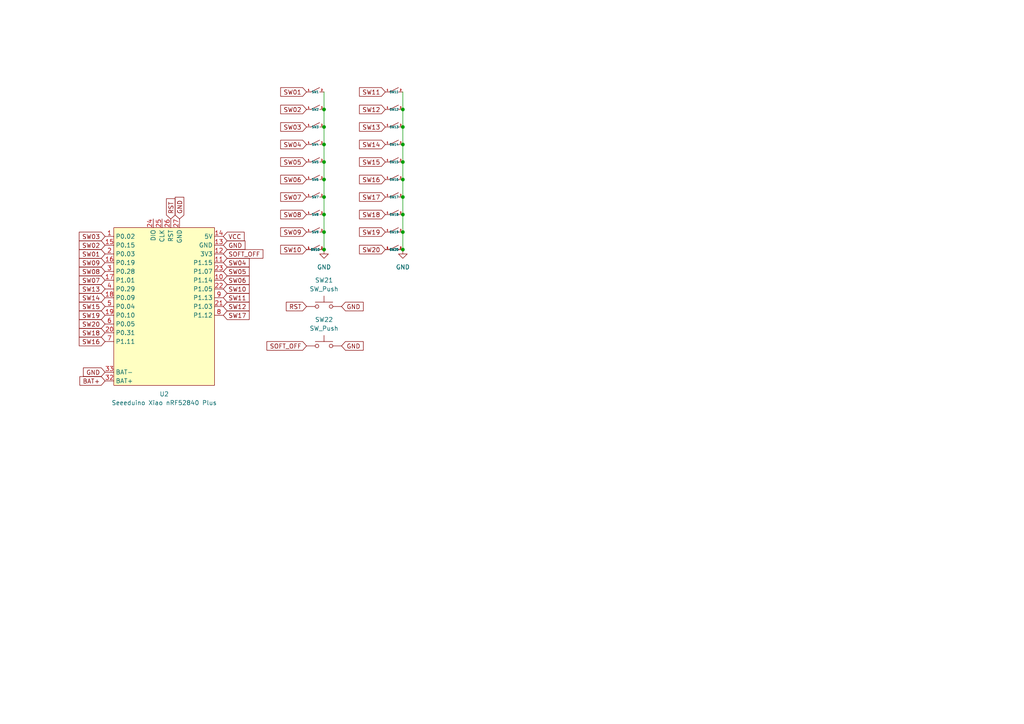
<source format=kicad_sch>
(kicad_sch (version 20250114) (generator "eeschema") (generator_version "9.0")
  (paper "A4")
  (lib_symbols
    (symbol "Switch:SW_Push" (pin_numbers (hide yes)) (pin_names (offset 1.016) (hide yes))
      (property "Reference" "SW" (at 1.27 2.54 0))
      (property "Value" "SW_Push" (at 0 -1.524 0))
      (symbol "SW_Push_0_1"
        (circle (center -2.032 0) (radius 0.508))
        (polyline (pts (xy 0 1.27) (xy 0 3.048)))
        (circle (center 2.032 0) (radius 0.508))
        (polyline (pts (xy 2.54 1.27) (xy -2.54 1.27)))
        (pin passive line (at -5.08 0 0) (length 2.54) (name "1") (number "1"))
        (pin passive line (at 5.08 0 180) (length 2.54) (name "2") (number "2"))
      )
    )
    (symbol "hazel:SW"
      (property "Reference" "SW" (at 0 -1.27 0))
      (property "Value" "SW" (at 0 2.54 0))
      (symbol "SW_0_1"
        (polyline (pts (xy -1.27 0) (xy 1.27 1.27)))
      )
      (symbol "SW_1_1"
        (pin bidirectional line (at -2.54 0 0) (length 1.27) (name "") (number "1"))
        (pin bidirectional line (at 2.54 0 180) (length 1.27) (name "") (number "2"))
      )
    )
    (symbol "power:GND" (power) (pin_names (offset 0))
      (property "Value" "GND" (at 0 -3.81 0))
      (symbol "GND_0_1"
        (polyline (pts (xy 0 0) (xy 0 -1.27) (xy 1.27 -1.27) (xy 0 -2.54) (xy -1.27 -1.27) (xy 0 -1.27)))
      )
      (symbol "GND_1_1"
        (pin power_in line (at 0 0 270) (length 0) (hide yes) (name "GND") (number "1"))
      )
    )
    (symbol "xiao nrf plus:Seeeduino_Xiao_nRF52840_Plus" (in_bom no)
      (property "Reference" "U" (at -10.16 -12.7 0))
      (property "Value" "Seeeduino Xiao nRF52840 Plus" (at 4.064 -30.48 0))
      (symbol "Seeeduino_Xiao_nRF52840_Plus_1_0"
        (pin bidirectional line (at -12.7 13.97 0) (length 2.54) (name "P0.02") (number "1"))
        (pin bidirectional line (at -12.7 8.89 0) (length 2.54) (name "P0.03") (number "2"))
        (pin bidirectional line (at -12.7 3.81 0) (length 2.54) (name "P0.28") (number "3"))
        (pin bidirectional line (at -12.7 -1.27 0) (length 2.54) (name "P0.29") (number "4"))
        (pin bidirectional line (at -12.7 -3.81 0) (length 2.54) (name "P0.09") (number "18"))
        (pin bidirectional line (at -12.7 -6.35 0) (length 2.54) (name "P0.04") (number "5"))
        (pin bidirectional line (at -12.7 -8.89 0) (length 2.54) (name "P0.10") (number "19"))
        (pin bidirectional line (at -12.7 -11.43 0) (length 2.54) (name "P0.05") (number "6"))
        (pin bidirectional line (at -12.7 -13.97 0) (length 2.54) (name "P0.31") (number "20"))
        (pin bidirectional line (at -12.7 -16.51 0) (length 2.54) (name "P1.11") (number "7"))
        (pin power_in line (at -12.7 -25.4 0) (length 2.54) (name "BAT-") (number "33"))
        (pin power_in line (at -12.7 -27.94 0) (length 2.54) (name "BAT+") (number "32"))
        (pin bidirectional line (at 1.27 19.05 270) (length 2.54) (name "DIO") (number "24"))
        (pin bidirectional line (at 3.81 19.05 270) (length 2.54) (name "CLK") (number "25"))
        (pin bidirectional line (at 6.35 19.05 270) (length 2.54) (name "RST") (number "26"))
        (pin power_out line (at 8.89 19.05 270) (length 2.54) (name "GND") (number "27"))
        (pin power_out line (at 21.59 13.97 180) (length 2.54) (name "5V") (number "14"))
        (pin power_out line (at 21.59 11.43 180) (length 2.54) (name "GND") (number "13"))
        (pin power_out line (at 21.59 8.89 180) (length 2.54) (name "3V3") (number "12"))
        (pin bidirectional line (at 21.59 6.35 180) (length 2.54) (name "P1.15") (number "11"))
        (pin bidirectional line (at 21.59 3.81 180) (length 2.54) (name "P1.07") (number "23"))
        (pin bidirectional line (at 21.59 1.27 180) (length 2.54) (name "P1.14") (number "10"))
        (pin bidirectional line (at 21.59 -1.27 180) (length 2.54) (name "P1.05") (number "22"))
        (pin bidirectional line (at 21.59 -3.81 180) (length 2.54) (name "P1.13") (number "9"))
        (pin bidirectional line (at 21.59 -6.35 180) (length 2.54) (name "P1.03") (number "21"))
        (pin bidirectional line (at 21.59 -8.89 180) (length 2.54) (name "P1.12") (number "8"))
      )
      (symbol "Seeeduino_Xiao_nRF52840_Plus_1_1"
        (rectangle (start -10.16 16.51) (end 19.05 -29.21) (fill (type background)))
        (pin bidirectional line (at -12.7 11.43 0) (length 2.54) (name "P0.15") (number "15"))
        (pin bidirectional line (at -12.7 6.35 0) (length 2.54) (name "P0.19") (number "16"))
        (pin bidirectional line (at -12.7 1.27 0) (length 2.54) (name "P1.01") (number "17"))
      )
    )
  )
  (junction (at 116.84 57.15))
  (junction (at 93.98 31.75))
  (junction (at 116.84 46.99))
  (junction (at 116.84 67.31))
  (junction (at 93.98 41.91))
  (junction (at 116.84 72.39))
  (junction (at 116.84 62.23))
  (junction (at 93.98 62.23))
  (junction (at 93.98 67.31))
  (junction (at 93.98 52.07))
  (junction (at 93.98 72.39))
  (junction (at 93.98 46.99))
  (junction (at 116.84 52.07))
  (junction (at 93.98 36.83))
  (junction (at 116.84 41.91))
  (junction (at 116.84 31.75))
  (junction (at 116.84 36.83))
  (junction (at 93.98 57.15))
  (wire (pts (xy 116.84 57.15) (xy 116.84 62.23)))
  (wire (pts (xy 93.98 46.99) (xy 93.98 52.07)))
  (wire (pts (xy 116.84 36.83) (xy 116.84 41.91)))
  (wire (pts (xy 116.84 46.99) (xy 116.84 52.07)))
  (wire (pts (xy 93.98 67.31) (xy 93.98 72.39)))
  (wire (pts (xy 116.84 26.67) (xy 116.84 31.75)))
  (wire (pts (xy 93.98 52.07) (xy 93.98 57.15)))
  (wire (pts (xy 93.98 36.83) (xy 93.98 41.91)))
  (wire (pts (xy 93.98 26.67) (xy 93.98 31.75)))
  (wire (pts (xy 116.84 67.31) (xy 116.84 72.39)))
  (wire (pts (xy 93.98 31.75) (xy 93.98 36.83)))
  (wire (pts (xy 116.84 41.91) (xy 116.84 46.99)))
  (wire (pts (xy 116.84 52.07) (xy 116.84 57.15)))
  (wire (pts (xy 93.98 41.91) (xy 93.98 46.99)))
  (wire (pts (xy 116.84 31.75) (xy 116.84 36.83)))
  (wire (pts (xy 93.98 62.23) (xy 93.98 67.31)))
  (wire (pts (xy 93.98 57.15) (xy 93.98 62.23)))
  (wire (pts (xy 116.84 62.23) (xy 116.84 67.31)))
  (global_label "SW16" (shape input) (at 111.76 52.07 180) (property "Intersheetrefs" "${INTERSHEET_REFS}" (effects (hide yes))))
  (global_label "SW09" (shape input) (at 88.9 67.31 180) (property "Intersheetrefs" "${INTERSHEET_REFS}" (effects (hide yes))))
  (global_label "SW19" (shape input) (at 111.76 67.31 180) (property "Intersheetrefs" "${INTERSHEET_REFS}" (effects (hide yes))))
  (global_label "GND" (shape input) (at 99.06 88.9 0) (property "Intersheetrefs" "${INTERSHEET_REFS}" (effects (hide yes))))
  (global_label "GND" (shape input) (at 64.77 71.12 0) (property "Intersheetrefs" "${INTERSHEET_REFS}" (effects (hide yes))))
  (global_label "RST" (shape input) (at 88.9 88.9 180) (property "Intersheetrefs" "${INTERSHEET_REFS}" (effects (hide yes))))
  (global_label "SW09" (shape input) (at 30.48 76.2 180) (property "Intersheetrefs" "${INTERSHEET_REFS}" (effects (hide yes))))
  (global_label "SW06" (shape input) (at 88.9 52.07 180) (property "Intersheetrefs" "${INTERSHEET_REFS}" (effects (hide yes))))
  (global_label "SW06" (shape input) (at 64.77 81.28 0) (property "Intersheetrefs" "${INTERSHEET_REFS}" (effects (hide yes))))
  (global_label "SW15" (shape input) (at 111.76 46.99 180) (property "Intersheetrefs" "${INTERSHEET_REFS}" (effects (hide yes))))
  (global_label "SW13" (shape input) (at 30.48 83.82 180) (property "Intersheetrefs" "${INTERSHEET_REFS}" (effects (hide yes))))
  (global_label "SOFT_OFF" (shape input) (at 88.9 100.33 180) (property "Intersheetrefs" "${INTERSHEET_REFS}" (effects (hide yes))))
  (global_label "SW17" (shape input) (at 111.76 57.15 180) (property "Intersheetrefs" "${INTERSHEET_REFS}" (effects (hide yes))))
  (global_label "SW13" (shape input) (at 111.76 36.83 180) (property "Intersheetrefs" "${INTERSHEET_REFS}" (effects (hide yes))))
  (global_label "SW20" (shape input) (at 111.76 72.39 180) (property "Intersheetrefs" "${INTERSHEET_REFS}" (effects (hide yes))))
  (global_label "SW07" (shape input) (at 88.9 57.15 180) (property "Intersheetrefs" "${INTERSHEET_REFS}" (effects (hide yes))))
  (global_label "BAT+" (shape input) (at 30.48 110.49 180) (property "Intersheetrefs" "${INTERSHEET_REFS}" (effects (hide yes))))
  (global_label "SW01" (shape input) (at 30.48 73.66 180) (property "Intersheetrefs" "${INTERSHEET_REFS}" (effects (hide yes))))
  (global_label "SW02" (shape input) (at 88.9 31.75 180) (property "Intersheetrefs" "${INTERSHEET_REFS}" (effects (hide yes))))
  (global_label "GND" (shape input) (at 99.06 100.33 0) (property "Intersheetrefs" "${INTERSHEET_REFS}" (effects (hide yes))))
  (global_label "VCC" (shape input) (at 64.77 68.58 0) (property "Intersheetrefs" "${INTERSHEET_REFS}" (effects (hide yes))))
  (global_label "SW19" (shape input) (at 30.48 91.44 180) (property "Intersheetrefs" "${INTERSHEET_REFS}" (effects (hide yes))))
  (global_label "SW11" (shape input) (at 111.76 26.67 180) (property "Intersheetrefs" "${INTERSHEET_REFS}" (effects (hide yes))))
  (global_label "SW03" (shape input) (at 30.48 68.58 180) (property "Intersheetrefs" "${INTERSHEET_REFS}" (effects (hide yes))))
  (global_label "SW14" (shape input) (at 111.76 41.91 180) (property "Intersheetrefs" "${INTERSHEET_REFS}" (effects (hide yes))))
  (global_label "SW12" (shape input) (at 64.77 88.9 0) (property "Intersheetrefs" "${INTERSHEET_REFS}" (effects (hide yes))))
  (global_label "SW12" (shape input) (at 111.76 31.75 180) (property "Intersheetrefs" "${INTERSHEET_REFS}" (effects (hide yes))))
  (global_label "SW18" (shape input) (at 30.48 96.52 180) (property "Intersheetrefs" "${INTERSHEET_REFS}" (effects (hide yes))))
  (global_label "SW02" (shape input) (at 30.48 71.12 180) (property "Intersheetrefs" "${INTERSHEET_REFS}" (effects (hide yes))))
  (global_label "SW15" (shape input) (at 30.48 88.9 180) (property "Intersheetrefs" "${INTERSHEET_REFS}" (effects (hide yes))))
  (global_label "SW04" (shape input) (at 64.77 76.2 0) (property "Intersheetrefs" "${INTERSHEET_REFS}" (effects (hide yes))))
  (global_label "SW20" (shape input) (at 30.48 93.98 180) (property "Intersheetrefs" "${INTERSHEET_REFS}" (effects (hide yes))))
  (global_label "SW10" (shape input) (at 88.9 72.39 180) (property "Intersheetrefs" "${INTERSHEET_REFS}" (effects (hide yes))))
  (global_label "GND" (shape input) (at 52.07 63.5 90) (property "Intersheetrefs" "${INTERSHEET_REFS}" (effects (hide yes))))
  (global_label "SW18" (shape input) (at 111.76 62.23 180) (property "Intersheetrefs" "${INTERSHEET_REFS}" (effects (hide yes))))
  (global_label "SW04" (shape input) (at 88.9 41.91 180) (property "Intersheetrefs" "${INTERSHEET_REFS}" (effects (hide yes))))
  (global_label "SW05" (shape input) (at 88.9 46.99 180) (property "Intersheetrefs" "${INTERSHEET_REFS}" (effects (hide yes))))
  (global_label "SW10" (shape input) (at 64.77 83.82 0) (property "Intersheetrefs" "${INTERSHEET_REFS}" (effects (hide yes))))
  (global_label "SW14" (shape input) (at 30.48 86.36 180) (property "Intersheetrefs" "${INTERSHEET_REFS}" (effects (hide yes))))
  (global_label "SW07" (shape input) (at 30.48 81.28 180) (property "Intersheetrefs" "${INTERSHEET_REFS}" (effects (hide yes))))
  (global_label "GND" (shape input) (at 30.48 107.95 180) (property "Intersheetrefs" "${INTERSHEET_REFS}" (effects (hide yes))))
  (global_label "RST" (shape input) (at 49.53 63.5 90) (property "Intersheetrefs" "${INTERSHEET_REFS}" (effects (hide yes))))
  (global_label "SW03" (shape input) (at 88.9 36.83 180) (property "Intersheetrefs" "${INTERSHEET_REFS}" (effects (hide yes))))
  (global_label "SW16" (shape input) (at 30.48 99.06 180) (property "Intersheetrefs" "${INTERSHEET_REFS}" (effects (hide yes))))
  (global_label "SW17" (shape input) (at 64.77 91.44 0) (property "Intersheetrefs" "${INTERSHEET_REFS}" (effects (hide yes))))
  (global_label "SOFT_OFF" (shape input) (at 64.77 73.66 0) (property "Intersheetrefs" "${INTERSHEET_REFS}" (effects (hide yes))))
  (global_label "SW08" (shape input) (at 30.48 78.74 180) (property "Intersheetrefs" "${INTERSHEET_REFS}" (effects (hide yes))))
  (global_label "SW08" (shape input) (at 88.9 62.23 180) (property "Intersheetrefs" "${INTERSHEET_REFS}" (effects (hide yes))))
  (global_label "SW05" (shape input) (at 64.77 78.74 0) (property "Intersheetrefs" "${INTERSHEET_REFS}" (effects (hide yes))))
  (global_label "SW11" (shape input) (at 64.77 86.36 0) (property "Intersheetrefs" "${INTERSHEET_REFS}" (effects (hide yes))))
  (global_label "SW01" (shape input) (at 88.9 26.67 180) (property "Intersheetrefs" "${INTERSHEET_REFS}" (effects (hide yes))))
  (symbol (lib_id "hazel:SW") (at 114.3 36.83 0) (unit 1)
    (property "Reference" "SW13" (at 114.3 36.83 0) (effects (font (size 0.64 0.64))))
    (property "Value" "SW" (effects (hide yes)))
    (property "Footprint" "miketronic_fplib:MB_KailhChoc-1U_rev_17mm_oval" (effects (hide yes)))
  )
  (symbol (lib_id "hazel:SW") (at 91.44 62.23 0) (unit 1)
    (property "Reference" "SW8" (at 91.44 62.23 0) (effects (font (size 0.64 0.64))))
    (property "Value" "SW" (effects (hide yes)))
    (property "Footprint" "miketronic_fplib:MB_KailhChoc-1U_rev_17mm_oval" (effects (hide yes)))
  )
  (symbol (lib_id "power:GND") (at 93.98 72.39 0) (unit 1)
    (property "Reference" "#PWR01" (effects (hide yes)))
    (property "Value" "GND" (at 93.98 77.47 0))
  )
  (symbol (lib_id "hazel:SW") (at 114.3 72.39 0) (unit 1)
    (property "Reference" "SW20" (at 114.3 72.39 0) (effects (font (size 0.64 0.64))))
    (property "Value" "SW" (effects (hide yes)))
    (property "Footprint" "miketronic_fplib:MB_KailhChoc-1U_rev_17mm_oval" (effects (hide yes)))
  )
  (symbol (lib_id "hazel:SW") (at 91.44 31.75 0) (unit 1)
    (property "Reference" "SW2" (at 91.44 31.75 0) (effects (font (size 0.64 0.64))))
    (property "Value" "SW" (effects (hide yes)))
    (property "Footprint" "miketronic_fplib:MB_KailhChoc-1U_rev_17mm_oval" (effects (hide yes)))
  )
  (symbol (lib_id "xiao nrf plus:Seeeduino_Xiao_nRF52840_Plus") (at 43.18 82.55 0) (unit 1) (in_bom no)
    (property "Reference" "U2" (at 47.625 114.3 0))
    (property "Value" "Seeeduino Xiao nRF52840 Plus" (at 47.625 116.84 0))
    (property "Footprint" "xiao nrf52840 plus:XIAO-nRF52840-Plus-SMD" (effects (hide yes)))
    (property "Description" "Symbol for a Seeeduino Xiao nRF52840 Plus" (effects (hide yes)))
  )
  (symbol (lib_id "hazel:SW") (at 114.3 41.91 0) (unit 1)
    (property "Reference" "SW14" (at 114.3 41.91 0) (effects (font (size 0.64 0.64))))
    (property "Value" "SW" (effects (hide yes)))
    (property "Footprint" "miketronic_fplib:MB_KailhChoc-1U_rev_17mm_oval" (effects (hide yes)))
  )
  (symbol (lib_id "power:GND") (at 116.84 72.39 0) (unit 1)
    (property "Reference" "#PWR02" (effects (hide yes)))
    (property "Value" "GND" (at 116.84 77.47 0))
  )
  (symbol (lib_id "hazel:SW") (at 91.44 52.07 0) (unit 1)
    (property "Reference" "SW6" (at 91.44 52.07 0) (effects (font (size 0.64 0.64))))
    (property "Value" "SW" (effects (hide yes)))
    (property "Footprint" "miketronic_fplib:MB_KailhChoc-1U_rev_17mm_oval" (effects (hide yes)))
  )
  (symbol (lib_id "hazel:SW") (at 114.3 31.75 0) (unit 1)
    (property "Reference" "SW12" (at 114.3 31.75 0) (effects (font (size 0.64 0.64))))
    (property "Value" "SW" (effects (hide yes)))
    (property "Footprint" "miketronic_fplib:MB_KailhChoc-1U_rev_17mm_oval" (effects (hide yes)))
  )
  (symbol (lib_id "hazel:SW") (at 114.3 57.15 0) (unit 1)
    (property "Reference" "SW17" (at 114.3 57.15 0) (effects (font (size 0.64 0.64))))
    (property "Value" "SW" (effects (hide yes)))
    (property "Footprint" "miketronic_fplib:MB_KailhChoc-1U_rev_17mm_oval" (effects (hide yes)))
  )
  (symbol (lib_id "hazel:SW") (at 91.44 67.31 0) (unit 1)
    (property "Reference" "SW9" (at 91.44 67.31 0) (effects (font (size 0.64 0.64))))
    (property "Value" "SW" (effects (hide yes)))
    (property "Footprint" "miketronic_fplib:MB_KailhChoc-1U_rev_17mm_oval" (effects (hide yes)))
  )
  (symbol (lib_id "hazel:SW") (at 91.44 41.91 0) (unit 1)
    (property "Reference" "SW4" (at 91.44 41.91 0) (effects (font (size 0.64 0.64))))
    (property "Value" "SW" (effects (hide yes)))
    (property "Footprint" "miketronic_fplib:MB_KailhChoc-1U_rev_17mm_oval" (effects (hide yes)))
  )
  (symbol (lib_id "hazel:SW") (at 91.44 72.39 0) (unit 1)
    (property "Reference" "SW10" (at 91.44 72.39 0) (effects (font (size 0.64 0.64))))
    (property "Value" "SW" (effects (hide yes)))
    (property "Footprint" "miketronic_fplib:MB_KailhChoc-1U_rev_17mm_oval" (effects (hide yes)))
  )
  (symbol (lib_id "Switch:SW_Push") (at 93.98 88.9 0) (unit 1)
    (property "Reference" "SW21" (at 93.98 81.28 0))
    (property "Value" "SW_Push" (at 93.98 83.82 0))
    (property "Footprint" "Button_Switch_SMD:Panasonic_EVQPUL_EVQPUC" (effects (hide yes)))
    (property "Description" "Push button switch, generic, two pins" (effects (hide yes)))
  )
  (symbol (lib_id "hazel:SW") (at 114.3 62.23 0) (unit 1)
    (property "Reference" "SW18" (at 114.3 62.23 0) (effects (font (size 0.64 0.64))))
    (property "Value" "SW" (effects (hide yes)))
    (property "Footprint" "miketronic_fplib:MB_KailhChoc-1U_rev_17mm_oval" (effects (hide yes)))
  )
  (symbol (lib_id "hazel:SW") (at 114.3 46.99 0) (unit 1)
    (property "Reference" "SW15" (at 114.3 46.99 0) (effects (font (size 0.64 0.64))))
    (property "Value" "SW" (effects (hide yes)))
    (property "Footprint" "miketronic_fplib:MB_KailhChoc-1U_rev_17mm_oval" (effects (hide yes)))
  )
  (symbol (lib_id "hazel:SW") (at 91.44 36.83 0) (unit 1)
    (property "Reference" "SW3" (at 91.44 36.83 0) (effects (font (size 0.64 0.64))))
    (property "Value" "SW" (effects (hide yes)))
    (property "Footprint" "miketronic_fplib:MB_KailhChoc-1U_rev_17mm_oval" (effects (hide yes)))
  )
  (symbol (lib_id "hazel:SW") (at 114.3 26.67 0) (unit 1)
    (property "Reference" "SW11" (at 114.3 26.67 0) (effects (font (size 0.64 0.64))))
    (property "Value" "SW" (effects (hide yes)))
    (property "Footprint" "miketronic_fplib:MB_KailhChoc-1U_rev_17mm_oval" (effects (hide yes)))
  )
  (symbol (lib_id "hazel:SW") (at 114.3 52.07 0) (unit 1)
    (property "Reference" "SW16" (at 114.3 52.07 0) (effects (font (size 0.64 0.64))))
    (property "Value" "SW" (effects (hide yes)))
    (property "Footprint" "miketronic_fplib:MB_KailhChoc-1U_rev_17mm_oval" (effects (hide yes)))
  )
  (symbol (lib_id "hazel:SW") (at 91.44 26.67 0) (unit 1)
    (property "Reference" "SW1" (at 91.44 26.67 0) (effects (font (size 0.64 0.64))))
    (property "Value" "SW" (effects (hide yes)))
    (property "Footprint" "miketronic_fplib:MB_KailhChoc-1U_rev_17mm_oval" (effects (hide yes)))
  )
  (symbol (lib_id "hazel:SW") (at 91.44 57.15 0) (unit 1)
    (property "Reference" "SW7" (at 91.44 57.15 0) (effects (font (size 0.64 0.64))))
    (property "Value" "SW" (effects (hide yes)))
    (property "Footprint" "miketronic_fplib:MB_KailhChoc-1U_rev_17mm_oval" (effects (hide yes)))
  )
  (symbol (lib_id "hazel:SW") (at 114.3 67.31 0) (unit 1)
    (property "Reference" "SW19" (at 114.3 67.31 0) (effects (font (size 0.64 0.64))))
    (property "Value" "SW" (effects (hide yes)))
    (property "Footprint" "miketronic_fplib:MB_KailhChoc-1U_rev_17mm_oval" (effects (hide yes)))
  )
  (symbol (lib_id "Switch:SW_Push") (at 93.98 100.33 0) (unit 1)
    (property "Reference" "SW22" (at 93.98 92.71 0))
    (property "Value" "SW_Push" (at 93.98 95.25 0))
    (property "Footprint" "Button_Switch_SMD:Panasonic_EVQPUL_EVQPUC" (effects (hide yes)))
    (property "Description" "Push button switch, generic, two pins" (effects (hide yes)))
  )
  (symbol (lib_id "hazel:SW") (at 91.44 46.99 0) (unit 1)
    (property "Reference" "SW5" (at 91.44 46.99 0) (effects (font (size 0.64 0.64))))
    (property "Value" "SW" (effects (hide yes)))
    (property "Footprint" "miketronic_fplib:MB_KailhChoc-1U_rev_17mm_oval" (effects (hide yes)))
  )
)
</source>
